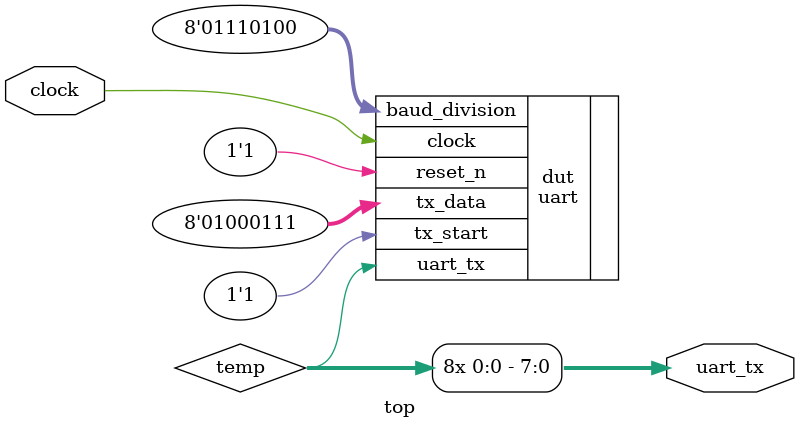
<source format=v>
module top (
    input               clock,          // The main clock          
    output  [7:0]       uart_tx         // The UART TX

);

reg temp;

uart dut(
    .reset_n        (1'b1),  	    // Active low reset
    .clock          (clock),	    // The main clock
    .tx_data        (8'h47),
    .baud_division  (8'd116),       // For baud = 115200, values of 110 to 120 seem to be stable
    .tx_start       (1'b1),
    .uart_tx        (temp)
);
assign uart_tx[7:0] = {8{temp}};
endmodule
</source>
